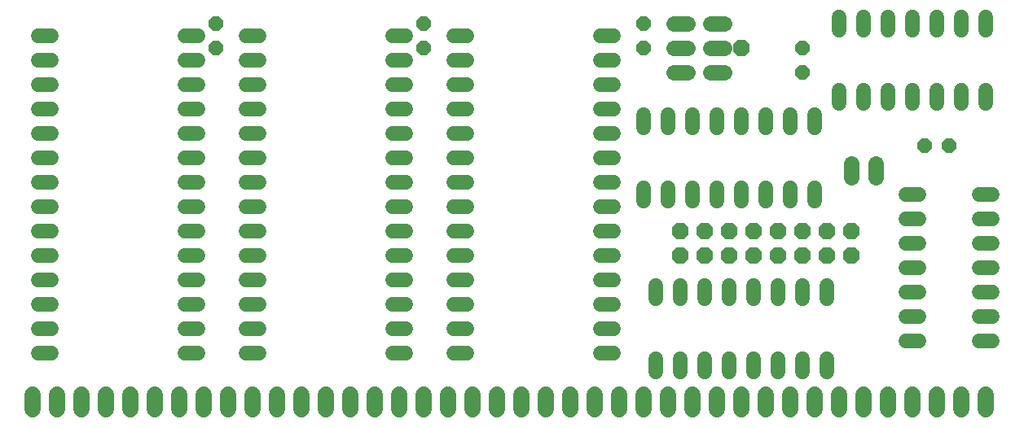
<source format=gbs>
G75*
%MOIN*%
%OFA0B0*%
%FSLAX24Y24*%
%IPPOS*%
%LPD*%
%AMOC8*
5,1,8,0,0,1.08239X$1,22.5*
%
%ADD10C,0.0600*%
%ADD11C,0.0680*%
%ADD12OC8,0.0600*%
%ADD13OC8,0.0680*%
%ADD14C,0.0640*%
D10*
X000920Y003180D02*
X001440Y003180D01*
X001440Y004180D02*
X000920Y004180D01*
X000920Y005180D02*
X001440Y005180D01*
X001440Y006180D02*
X000920Y006180D01*
X000920Y007180D02*
X001440Y007180D01*
X001440Y008180D02*
X000920Y008180D01*
X000920Y009180D02*
X001440Y009180D01*
X001440Y010180D02*
X000920Y010180D01*
X000920Y011180D02*
X001440Y011180D01*
X001440Y012180D02*
X000920Y012180D01*
X000920Y013180D02*
X001440Y013180D01*
X001440Y014180D02*
X000920Y014180D01*
X000920Y015180D02*
X001440Y015180D01*
X001440Y016180D02*
X000920Y016180D01*
X006920Y016180D02*
X007440Y016180D01*
X009420Y016180D02*
X009940Y016180D01*
X009940Y015180D02*
X009420Y015180D01*
X009420Y014180D02*
X009940Y014180D01*
X009940Y013180D02*
X009420Y013180D01*
X009420Y012180D02*
X009940Y012180D01*
X009940Y011180D02*
X009420Y011180D01*
X007440Y011180D02*
X006920Y011180D01*
X006920Y010180D02*
X007440Y010180D01*
X007440Y009180D02*
X006920Y009180D01*
X006920Y008180D02*
X007440Y008180D01*
X007440Y007180D02*
X006920Y007180D01*
X006920Y006180D02*
X007440Y006180D01*
X007440Y005180D02*
X006920Y005180D01*
X006920Y004180D02*
X007440Y004180D01*
X009420Y004180D02*
X009940Y004180D01*
X009940Y003180D02*
X009420Y003180D01*
X007440Y003180D02*
X006920Y003180D01*
X009420Y005180D02*
X009940Y005180D01*
X009940Y006180D02*
X009420Y006180D01*
X009420Y007180D02*
X009940Y007180D01*
X009940Y008180D02*
X009420Y008180D01*
X009420Y009180D02*
X009940Y009180D01*
X009940Y010180D02*
X009420Y010180D01*
X007440Y012180D02*
X006920Y012180D01*
X006920Y013180D02*
X007440Y013180D01*
X007440Y014180D02*
X006920Y014180D01*
X006920Y015180D02*
X007440Y015180D01*
X015420Y015180D02*
X015940Y015180D01*
X017920Y015180D02*
X018440Y015180D01*
X018440Y014180D02*
X017920Y014180D01*
X015940Y014180D02*
X015420Y014180D01*
X015420Y013180D02*
X015940Y013180D01*
X017920Y013180D02*
X018440Y013180D01*
X018440Y012180D02*
X017920Y012180D01*
X015940Y012180D02*
X015420Y012180D01*
X015420Y011180D02*
X015940Y011180D01*
X017920Y011180D02*
X018440Y011180D01*
X018440Y010180D02*
X017920Y010180D01*
X015940Y010180D02*
X015420Y010180D01*
X015420Y009180D02*
X015940Y009180D01*
X017920Y009180D02*
X018440Y009180D01*
X018440Y008180D02*
X017920Y008180D01*
X015940Y008180D02*
X015420Y008180D01*
X015420Y007180D02*
X015940Y007180D01*
X017920Y007180D02*
X018440Y007180D01*
X018440Y006180D02*
X017920Y006180D01*
X015940Y006180D02*
X015420Y006180D01*
X015420Y005180D02*
X015940Y005180D01*
X017920Y005180D02*
X018440Y005180D01*
X018440Y004180D02*
X017920Y004180D01*
X015940Y004180D02*
X015420Y004180D01*
X015420Y003180D02*
X015940Y003180D01*
X017920Y003180D02*
X018440Y003180D01*
X023920Y003180D02*
X024440Y003180D01*
X026180Y002940D02*
X026180Y002420D01*
X027180Y002420D02*
X027180Y002940D01*
X028180Y002940D02*
X028180Y002420D01*
X029180Y002420D02*
X029180Y002940D01*
X030180Y002940D02*
X030180Y002420D01*
X031180Y002420D02*
X031180Y002940D01*
X032180Y002940D02*
X032180Y002420D01*
X033180Y002420D02*
X033180Y002940D01*
X036420Y003680D02*
X036940Y003680D01*
X036940Y004680D02*
X036420Y004680D01*
X036420Y005680D02*
X036940Y005680D01*
X036940Y006680D02*
X036420Y006680D01*
X036420Y007680D02*
X036940Y007680D01*
X036940Y008680D02*
X036420Y008680D01*
X036420Y009680D02*
X036940Y009680D01*
X039420Y009680D02*
X039940Y009680D01*
X039940Y008680D02*
X039420Y008680D01*
X039420Y007680D02*
X039940Y007680D01*
X039940Y006680D02*
X039420Y006680D01*
X039420Y005680D02*
X039940Y005680D01*
X039940Y004680D02*
X039420Y004680D01*
X039420Y003680D02*
X039940Y003680D01*
X033180Y005420D02*
X033180Y005940D01*
X032180Y005940D02*
X032180Y005420D01*
X031180Y005420D02*
X031180Y005940D01*
X030180Y005940D02*
X030180Y005420D01*
X029180Y005420D02*
X029180Y005940D01*
X028180Y005940D02*
X028180Y005420D01*
X027180Y005420D02*
X027180Y005940D01*
X026180Y005940D02*
X026180Y005420D01*
X024440Y005180D02*
X023920Y005180D01*
X023920Y006180D02*
X024440Y006180D01*
X024440Y007180D02*
X023920Y007180D01*
X023920Y008180D02*
X024440Y008180D01*
X024440Y009180D02*
X023920Y009180D01*
X025680Y009420D02*
X025680Y009940D01*
X026680Y009940D02*
X026680Y009420D01*
X027680Y009420D02*
X027680Y009940D01*
X028680Y009940D02*
X028680Y009420D01*
X029680Y009420D02*
X029680Y009940D01*
X030680Y009940D02*
X030680Y009420D01*
X031680Y009420D02*
X031680Y009940D01*
X032680Y009940D02*
X032680Y009420D01*
X032680Y012420D02*
X032680Y012940D01*
X031680Y012940D02*
X031680Y012420D01*
X030680Y012420D02*
X030680Y012940D01*
X029680Y012940D02*
X029680Y012420D01*
X028680Y012420D02*
X028680Y012940D01*
X027680Y012940D02*
X027680Y012420D01*
X026680Y012420D02*
X026680Y012940D01*
X025680Y012940D02*
X025680Y012420D01*
X024440Y012180D02*
X023920Y012180D01*
X023920Y013180D02*
X024440Y013180D01*
X024440Y014180D02*
X023920Y014180D01*
X023920Y015180D02*
X024440Y015180D01*
X024440Y016180D02*
X023920Y016180D01*
X018440Y016180D02*
X017920Y016180D01*
X015940Y016180D02*
X015420Y016180D01*
X023920Y011180D02*
X024440Y011180D01*
X024440Y010180D02*
X023920Y010180D01*
X033680Y013420D02*
X033680Y013940D01*
X034680Y013940D02*
X034680Y013420D01*
X035680Y013420D02*
X035680Y013940D01*
X036680Y013940D02*
X036680Y013420D01*
X037680Y013420D02*
X037680Y013940D01*
X038680Y013940D02*
X038680Y013420D01*
X039680Y013420D02*
X039680Y013940D01*
X039680Y016420D02*
X039680Y016940D01*
X038680Y016940D02*
X038680Y016420D01*
X037680Y016420D02*
X037680Y016940D01*
X036680Y016940D02*
X036680Y016420D01*
X035680Y016420D02*
X035680Y016940D01*
X034680Y016940D02*
X034680Y016420D01*
X033680Y016420D02*
X033680Y016940D01*
X024440Y004180D02*
X023920Y004180D01*
D11*
X000680Y001480D02*
X000680Y000880D01*
X001680Y000880D02*
X001680Y001480D01*
X002680Y001480D02*
X002680Y000880D01*
X003680Y000880D02*
X003680Y001480D01*
X004680Y001480D02*
X004680Y000880D01*
X005680Y000880D02*
X005680Y001480D01*
X006680Y001480D02*
X006680Y000880D01*
X007680Y000880D02*
X007680Y001480D01*
X008680Y001480D02*
X008680Y000880D01*
X009680Y000880D02*
X009680Y001480D01*
X010680Y001480D02*
X010680Y000880D01*
X011680Y000880D02*
X011680Y001480D01*
X012680Y001480D02*
X012680Y000880D01*
X013680Y000880D02*
X013680Y001480D01*
X014680Y001480D02*
X014680Y000880D01*
X015680Y000880D02*
X015680Y001480D01*
X016680Y001480D02*
X016680Y000880D01*
X017680Y000880D02*
X017680Y001480D01*
X018680Y001480D02*
X018680Y000880D01*
X019680Y000880D02*
X019680Y001480D01*
X020680Y001480D02*
X020680Y000880D01*
X021680Y000880D02*
X021680Y001480D01*
X022680Y001480D02*
X022680Y000880D01*
X023680Y000880D02*
X023680Y001480D01*
X024680Y001480D02*
X024680Y000880D01*
X025680Y000880D02*
X025680Y001480D01*
X026680Y001480D02*
X026680Y000880D01*
X027680Y000880D02*
X027680Y001480D01*
X028680Y001480D02*
X028680Y000880D01*
X029680Y000880D02*
X029680Y001480D01*
X030680Y001480D02*
X030680Y000880D01*
X031680Y000880D02*
X031680Y001480D01*
X032680Y001480D02*
X032680Y000880D01*
X033680Y000880D02*
X033680Y001480D01*
X034680Y001480D02*
X034680Y000880D01*
X035680Y000880D02*
X035680Y001480D01*
X036680Y001480D02*
X036680Y000880D01*
X037680Y000880D02*
X037680Y001480D01*
X038680Y001480D02*
X038680Y000880D01*
X039680Y000880D02*
X039680Y001480D01*
D12*
X038180Y011680D03*
X037180Y011680D03*
X032180Y014680D03*
X032180Y015680D03*
X025680Y015680D03*
X025680Y016680D03*
X016680Y016680D03*
X016680Y015680D03*
X008180Y015680D03*
X008180Y016680D03*
D13*
X027180Y008180D03*
X028180Y008180D03*
X029180Y008180D03*
X030180Y008180D03*
X031180Y008180D03*
X032180Y008180D03*
X033180Y008180D03*
X034180Y008180D03*
X034180Y007180D03*
X033180Y007180D03*
X032180Y007180D03*
X031180Y007180D03*
X030180Y007180D03*
X029180Y007180D03*
X028180Y007180D03*
X027180Y007180D03*
X029680Y015680D03*
D14*
X028960Y015680D02*
X028400Y015680D01*
X027460Y015680D02*
X026900Y015680D01*
X026900Y014680D02*
X027460Y014680D01*
X028400Y014680D02*
X028960Y014680D01*
X028960Y016680D02*
X028400Y016680D01*
X027460Y016680D02*
X026900Y016680D01*
X034180Y010960D02*
X034180Y010400D01*
X035180Y010400D02*
X035180Y010960D01*
M02*

</source>
